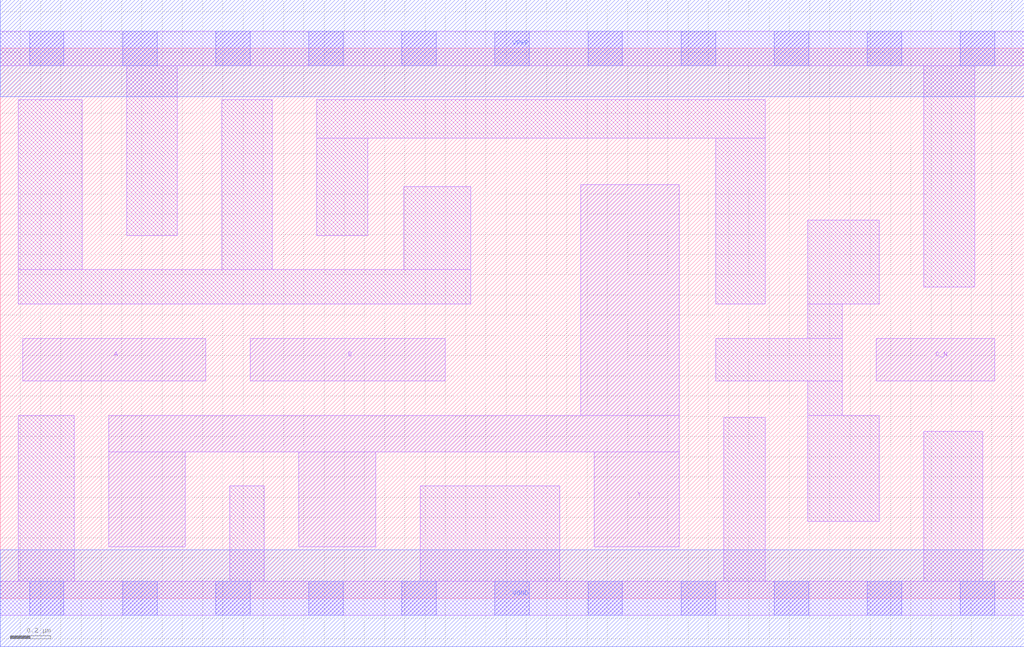
<source format=lef>
# Copyright 2020 The SkyWater PDK Authors
#
# Licensed under the Apache License, Version 2.0 (the "License");
# you may not use this file except in compliance with the License.
# You may obtain a copy of the License at
#
#     https://www.apache.org/licenses/LICENSE-2.0
#
# Unless required by applicable law or agreed to in writing, software
# distributed under the License is distributed on an "AS IS" BASIS,
# WITHOUT WARRANTIES OR CONDITIONS OF ANY KIND, either express or implied.
# See the License for the specific language governing permissions and
# limitations under the License.
#
# SPDX-License-Identifier: Apache-2.0

VERSION 5.7 ;
  NOWIREEXTENSIONATPIN ON ;
  DIVIDERCHAR "/" ;
  BUSBITCHARS "[]" ;
UNITS
  DATABASE MICRONS 200 ;
END UNITS
PROPERTYDEFINITIONS
  MACRO maskLayoutSubType STRING ;
  MACRO prCellType STRING ;
  MACRO originalViewName STRING ;
END PROPERTYDEFINITIONS
MACRO sky130_fd_sc_hdll__nor3b_2
  CLASS CORE ;
  FOREIGN sky130_fd_sc_hdll__nor3b_2 ;
  ORIGIN  0.000000  0.000000 ;
  SIZE  5.060000 BY  2.720000 ;
  SYMMETRY X Y R90 ;
  SITE unithd ;
  PIN A
    ANTENNAGATEAREA  0.555000 ;
    DIRECTION INPUT ;
    USE SIGNAL ;
    PORT
      LAYER li1 ;
        RECT 0.110000 1.075000 1.015000 1.285000 ;
    END
  END A
  PIN B
    ANTENNAGATEAREA  0.555000 ;
    DIRECTION INPUT ;
    USE SIGNAL ;
    PORT
      LAYER li1 ;
        RECT 1.235000 1.075000 2.200000 1.285000 ;
    END
  END B
  PIN C_N
    ANTENNAGATEAREA  0.138600 ;
    DIRECTION INPUT ;
    USE SIGNAL ;
    PORT
      LAYER li1 ;
        RECT 4.330000 1.075000 4.915000 1.285000 ;
    END
  END C_N
  PIN Y
    ANTENNADIFFAREA  0.979000 ;
    DIRECTION OUTPUT ;
    USE SIGNAL ;
    PORT
      LAYER li1 ;
        RECT 0.535000 0.255000 0.915000 0.725000 ;
        RECT 0.535000 0.725000 3.355000 0.905000 ;
        RECT 1.475000 0.255000 1.855000 0.725000 ;
        RECT 2.870000 0.905000 3.355000 2.045000 ;
        RECT 2.935000 0.255000 3.355000 0.725000 ;
    END
  END Y
  PIN VGND
    DIRECTION INOUT ;
    USE GROUND ;
    PORT
      LAYER met1 ;
        RECT 0.000000 -0.240000 5.060000 0.240000 ;
    END
  END VGND
  PIN VPWR
    DIRECTION INOUT ;
    USE POWER ;
    PORT
      LAYER met1 ;
        RECT 0.000000 2.480000 5.060000 2.960000 ;
    END
  END VPWR
  OBS
    LAYER li1 ;
      RECT 0.000000 -0.085000 5.060000 0.085000 ;
      RECT 0.000000  2.635000 5.060000 2.805000 ;
      RECT 0.090000  0.085000 0.365000 0.905000 ;
      RECT 0.090000  1.455000 2.325000 1.625000 ;
      RECT 0.090000  1.625000 0.405000 2.465000 ;
      RECT 0.625000  1.795000 0.875000 2.635000 ;
      RECT 1.095000  1.625000 1.345000 2.465000 ;
      RECT 1.135000  0.085000 1.305000 0.555000 ;
      RECT 1.565000  1.795000 1.815000 2.275000 ;
      RECT 1.565000  2.275000 3.780000 2.465000 ;
      RECT 1.995000  1.625000 2.325000 2.035000 ;
      RECT 2.075000  0.085000 2.765000 0.555000 ;
      RECT 3.535000  1.075000 4.160000 1.285000 ;
      RECT 3.535000  1.455000 3.780000 2.275000 ;
      RECT 3.575000  0.085000 3.780000 0.895000 ;
      RECT 3.990000  0.380000 4.345000 0.905000 ;
      RECT 3.990000  0.905000 4.160000 1.075000 ;
      RECT 3.990000  1.285000 4.160000 1.455000 ;
      RECT 3.990000  1.455000 4.345000 1.870000 ;
      RECT 4.565000  0.085000 4.855000 0.825000 ;
      RECT 4.565000  1.540000 4.815000 2.635000 ;
    LAYER mcon ;
      RECT 0.145000 -0.085000 0.315000 0.085000 ;
      RECT 0.145000  2.635000 0.315000 2.805000 ;
      RECT 0.605000 -0.085000 0.775000 0.085000 ;
      RECT 0.605000  2.635000 0.775000 2.805000 ;
      RECT 1.065000 -0.085000 1.235000 0.085000 ;
      RECT 1.065000  2.635000 1.235000 2.805000 ;
      RECT 1.525000 -0.085000 1.695000 0.085000 ;
      RECT 1.525000  2.635000 1.695000 2.805000 ;
      RECT 1.985000 -0.085000 2.155000 0.085000 ;
      RECT 1.985000  2.635000 2.155000 2.805000 ;
      RECT 2.445000 -0.085000 2.615000 0.085000 ;
      RECT 2.445000  2.635000 2.615000 2.805000 ;
      RECT 2.905000 -0.085000 3.075000 0.085000 ;
      RECT 2.905000  2.635000 3.075000 2.805000 ;
      RECT 3.365000 -0.085000 3.535000 0.085000 ;
      RECT 3.365000  2.635000 3.535000 2.805000 ;
      RECT 3.825000 -0.085000 3.995000 0.085000 ;
      RECT 3.825000  2.635000 3.995000 2.805000 ;
      RECT 4.285000 -0.085000 4.455000 0.085000 ;
      RECT 4.285000  2.635000 4.455000 2.805000 ;
      RECT 4.745000 -0.085000 4.915000 0.085000 ;
      RECT 4.745000  2.635000 4.915000 2.805000 ;
  END
  PROPERTY maskLayoutSubType "abstract" ;
  PROPERTY prCellType "standard" ;
  PROPERTY originalViewName "layout" ;
END sky130_fd_sc_hdll__nor3b_2
END LIBRARY

</source>
